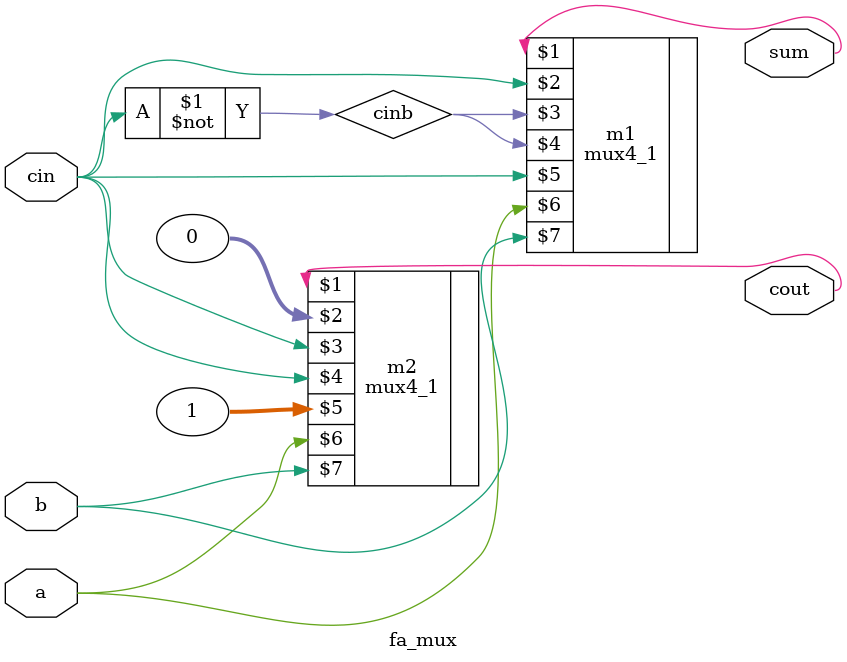
<source format=v>
module fa_mux(sum,cout,a,b,cin);
output cout,sum;
input a,b,cin;
wire cinb;
assign cinb=~cin;
mux4_1 m1(sum,cin,cinb,cinb,cin,a,b);
mux4_1 m2(cout,0,cin,cin,1,a,b);
endmodule
</source>
